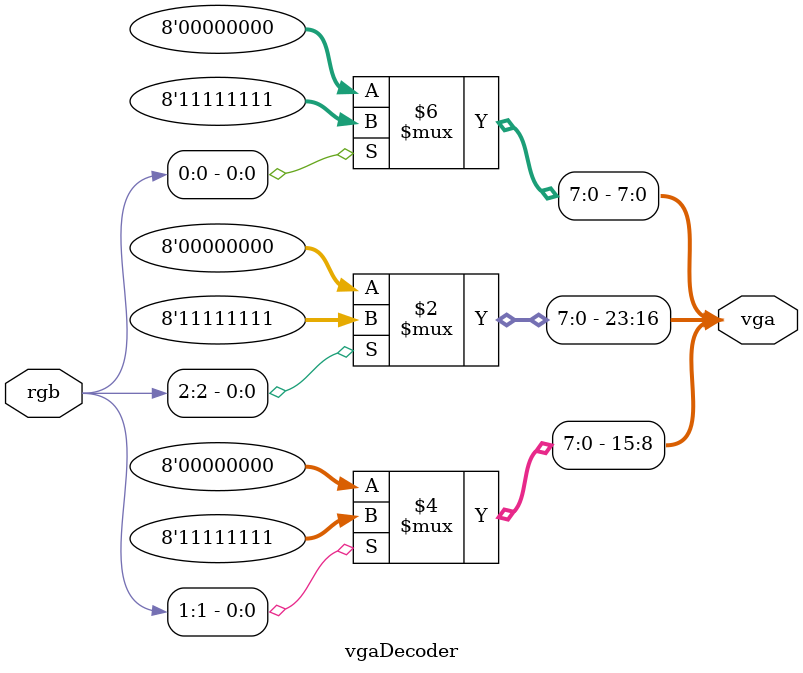
<source format=v>
`timescale 1ns / 1ps

module vgaDecoder(
    input [2:0] rgb,
    output [23:0] vga
); 
	 
    assign vga[23:16] = (rgb[2] == 1) ? 8'hFF:8'h00;
    assign vga[15:8] = (rgb[1] == 1) ? 8'hFF:8'h00;
    assign vga[7:0] = (rgb[0] == 1) ? 8'hFF:8'h00;
    
endmodule

</source>
